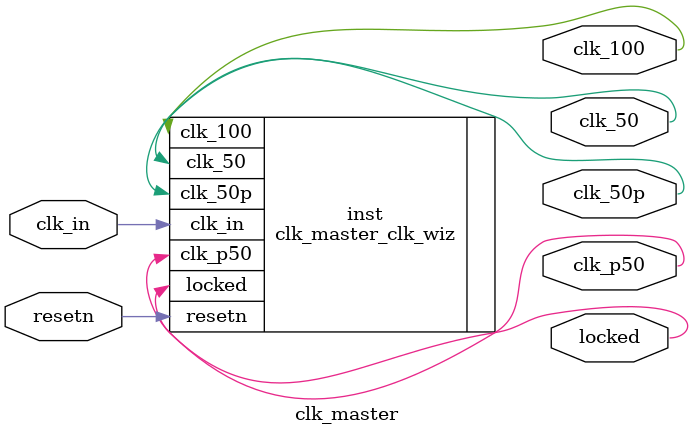
<source format=v>


`timescale 1ps/1ps

(* CORE_GENERATION_INFO = "clk_master,clk_wiz_v6_0_11_0_0,{component_name=clk_master,use_phase_alignment=true,use_min_o_jitter=false,use_max_i_jitter=false,use_dyn_phase_shift=false,use_inclk_switchover=false,use_dyn_reconfig=false,enable_axi=0,feedback_source=FDBK_AUTO,PRIMITIVE=MMCM,num_out_clk=4,clkin1_period=10.000,clkin2_period=10.000,use_power_down=false,use_reset=true,use_locked=true,use_inclk_stopped=false,feedback_type=SINGLE,CLOCK_MGR_TYPE=NA,manual_override=false}" *)

module clk_master 
 (
  // Clock out ports
  output        clk_100,
  output        clk_50,
  output        clk_50p,
  output        clk_p50,
  // Status and control signals
  input         resetn,
  output        locked,
 // Clock in ports
  input         clk_in
 );

  clk_master_clk_wiz inst
  (
  // Clock out ports  
  .clk_100(clk_100),
  .clk_50(clk_50),
  .clk_50p(clk_50p),
  .clk_p50(clk_p50),
  // Status and control signals               
  .resetn(resetn), 
  .locked(locked),
 // Clock in ports
  .clk_in(clk_in)
  );

endmodule

</source>
